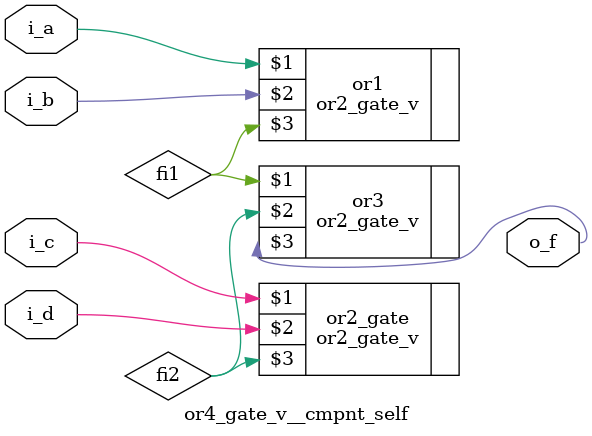
<source format=v>

module or4_gate_v
// module or4_gate_v__equation
  (input i_a, i_b, i_c, i_d,
   output o_f);
   
  assign o_f = i_a | i_b | i_c | i_d;
  
endmodule


////////////////////////////////
// Behavior Model
////////////////////////////////
// module or4_gate_v
module or4_gate_v__behavior
  (input i_a, i_b, i_c, i_d,
   output o_f);
   
  // assign o_f = 1 ? i_a | i_b | i_c | i_d : 0;
  assign o_f = i_a | i_b | i_c | i_d ? 1 : 0;
  
endmodule



////////////////////////////////
// Component Model - Self
////////////////////////////////
// module or4_gate_v
module or4_gate_v__cmpnt_self
  (input i_a, i_b, i_c, i_d,
  output o_f);
   
  wire fi1, fi2; // internal outputs
   
  or2_gate_v or1 (i_a, i_b, fi1);
  or2_gate_v or2_gate (i_c, i_d, fi2);
  or2_gate_v or3 (fi1, fi2, o_f);
  
  // assign o_f = 1 ? i_a | i_b | i_c | i_d : 0;
  
endmodule











































































</source>
